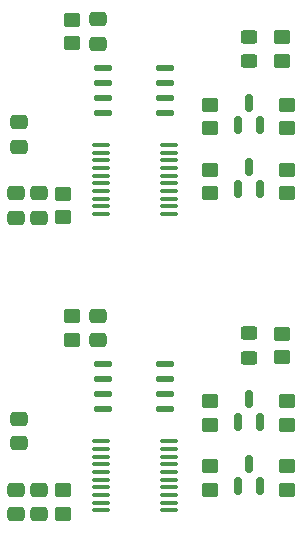
<source format=gbp>
G04 #@! TF.GenerationSoftware,KiCad,Pcbnew,9.0.4*
G04 #@! TF.CreationDate,2025-12-28T16:32:26+01:00*
G04 #@! TF.ProjectId,UWU_AK_V3_Mouse,5557555f-414b-45f5-9633-5f4d6f757365,rev?*
G04 #@! TF.SameCoordinates,Original*
G04 #@! TF.FileFunction,Paste,Bot*
G04 #@! TF.FilePolarity,Positive*
%FSLAX46Y46*%
G04 Gerber Fmt 4.6, Leading zero omitted, Abs format (unit mm)*
G04 Created by KiCad (PCBNEW 9.0.4) date 2025-12-28 16:32:26*
%MOMM*%
%LPD*%
G01*
G04 APERTURE LIST*
G04 Aperture macros list*
%AMRoundRect*
0 Rectangle with rounded corners*
0 $1 Rounding radius*
0 $2 $3 $4 $5 $6 $7 $8 $9 X,Y pos of 4 corners*
0 Add a 4 corners polygon primitive as box body*
4,1,4,$2,$3,$4,$5,$6,$7,$8,$9,$2,$3,0*
0 Add four circle primitives for the rounded corners*
1,1,$1+$1,$2,$3*
1,1,$1+$1,$4,$5*
1,1,$1+$1,$6,$7*
1,1,$1+$1,$8,$9*
0 Add four rect primitives between the rounded corners*
20,1,$1+$1,$2,$3,$4,$5,0*
20,1,$1+$1,$4,$5,$6,$7,0*
20,1,$1+$1,$6,$7,$8,$9,0*
20,1,$1+$1,$8,$9,$2,$3,0*%
G04 Aperture macros list end*
%ADD10RoundRect,0.250000X0.450000X-0.350000X0.450000X0.350000X-0.450000X0.350000X-0.450000X-0.350000X0*%
%ADD11RoundRect,0.250000X0.475000X-0.337500X0.475000X0.337500X-0.475000X0.337500X-0.475000X-0.337500X0*%
%ADD12RoundRect,0.100000X-0.637500X-0.100000X0.637500X-0.100000X0.637500X0.100000X-0.637500X0.100000X0*%
%ADD13RoundRect,0.250000X-0.475000X0.337500X-0.475000X-0.337500X0.475000X-0.337500X0.475000X0.337500X0*%
%ADD14RoundRect,0.250000X-0.450000X0.350000X-0.450000X-0.350000X0.450000X-0.350000X0.450000X0.350000X0*%
%ADD15RoundRect,0.250000X-0.450000X0.325000X-0.450000X-0.325000X0.450000X-0.325000X0.450000X0.325000X0*%
%ADD16RoundRect,0.150000X0.150000X-0.587500X0.150000X0.587500X-0.150000X0.587500X-0.150000X-0.587500X0*%
%ADD17RoundRect,0.137500X0.612500X0.137500X-0.612500X0.137500X-0.612500X-0.137500X0.612500X-0.137500X0*%
G04 APERTURE END LIST*
D10*
X123950000Y-106187500D03*
X123950000Y-104187500D03*
D11*
X109500000Y-83192500D03*
X109500000Y-81117500D03*
X114500000Y-93537500D03*
X114500000Y-91462500D03*
D12*
X114750000Y-107950000D03*
X114750000Y-107300000D03*
X114750000Y-106650000D03*
X114750000Y-106000000D03*
X114750000Y-105350000D03*
X114750000Y-104700000D03*
X114750000Y-104050000D03*
X114750000Y-103400000D03*
X114750000Y-102750000D03*
X114750000Y-102100000D03*
X120475000Y-102100000D03*
X120475000Y-102750000D03*
X120475000Y-103400000D03*
X120475000Y-104050000D03*
X120475000Y-104700000D03*
X120475000Y-105350000D03*
X120475000Y-106000000D03*
X120475000Y-106650000D03*
X120475000Y-107300000D03*
X120475000Y-107950000D03*
D13*
X107750000Y-75080000D03*
X107750000Y-77155000D03*
D10*
X123950000Y-100687500D03*
X123950000Y-98687500D03*
D14*
X112250000Y-91500000D03*
X112250000Y-93500000D03*
X130450000Y-98687500D03*
X130450000Y-100687500D03*
D10*
X130000000Y-69905000D03*
X130000000Y-67905000D03*
D15*
X127250000Y-67880001D03*
X127250000Y-69929999D03*
D14*
X111500000Y-81155000D03*
X111500000Y-83155000D03*
D15*
X127250000Y-92975001D03*
X127250000Y-95024999D03*
D11*
X109500000Y-108287500D03*
X109500000Y-106212500D03*
D16*
X128200000Y-80780000D03*
X126300000Y-80780000D03*
X127250000Y-78904999D03*
D14*
X130450000Y-79092500D03*
X130450000Y-81092500D03*
D11*
X114500000Y-68442500D03*
X114500000Y-66367500D03*
D10*
X130000000Y-95000000D03*
X130000000Y-93000000D03*
D14*
X130450000Y-104187500D03*
X130450000Y-106187500D03*
D10*
X123950000Y-81092500D03*
X123950000Y-79092500D03*
D14*
X112250000Y-66405000D03*
X112250000Y-68405000D03*
X111500000Y-106250000D03*
X111500000Y-108250000D03*
D13*
X107750000Y-100175000D03*
X107750000Y-102250000D03*
D16*
X128200000Y-105875000D03*
X126300000Y-105875000D03*
X127250000Y-103999999D03*
D10*
X123950000Y-75592500D03*
X123950000Y-73592500D03*
D17*
X120150000Y-95595001D03*
X120150000Y-96865000D03*
X120150000Y-98135000D03*
X120150000Y-99404999D03*
X114850000Y-99404999D03*
X114850000Y-98135000D03*
X114850000Y-96865000D03*
X114850000Y-95595001D03*
D16*
X128200000Y-100437500D03*
X126300000Y-100437500D03*
X127250000Y-98562499D03*
D17*
X120150000Y-70500001D03*
X120150000Y-71770000D03*
X120150000Y-73040000D03*
X120150000Y-74309999D03*
X114850000Y-74309999D03*
X114850000Y-73040000D03*
X114850000Y-71770000D03*
X114850000Y-70500001D03*
D13*
X107499999Y-106212500D03*
X107499999Y-108287500D03*
D12*
X114750000Y-82855000D03*
X114750000Y-82205000D03*
X114750000Y-81555000D03*
X114750000Y-80905000D03*
X114750000Y-80255000D03*
X114750000Y-79605000D03*
X114750000Y-78955000D03*
X114750000Y-78305000D03*
X114750000Y-77655000D03*
X114750000Y-77005000D03*
X120475000Y-77005000D03*
X120475000Y-77655000D03*
X120475000Y-78305000D03*
X120475000Y-78955000D03*
X120475000Y-79605000D03*
X120475000Y-80255000D03*
X120475000Y-80905000D03*
X120475000Y-81555000D03*
X120475000Y-82205000D03*
X120475000Y-82855000D03*
D13*
X107499999Y-81117500D03*
X107499999Y-83192500D03*
D14*
X130450000Y-73592500D03*
X130450000Y-75592500D03*
D16*
X128200000Y-75342500D03*
X126300000Y-75342500D03*
X127250000Y-73467499D03*
M02*

</source>
